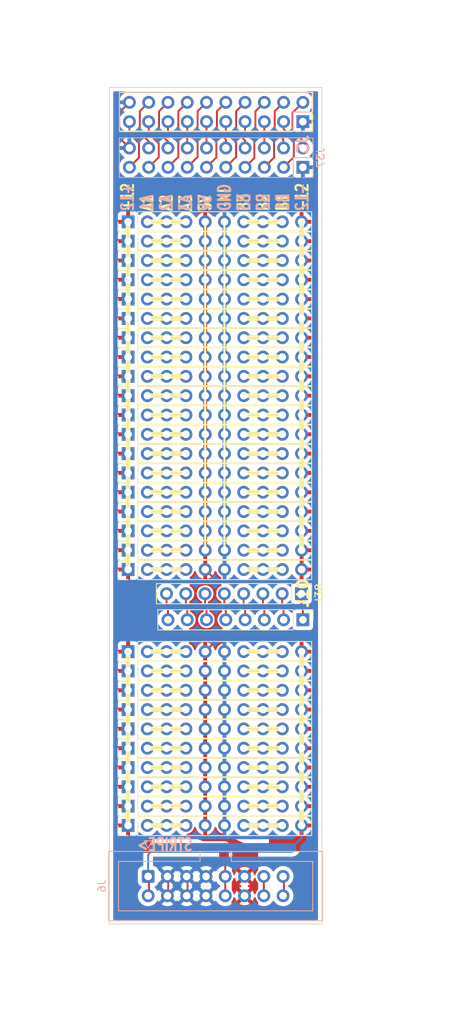
<source format=kicad_pcb>
(kicad_pcb (version 20211014) (generator pcbnew)
  (title_block (title "SYNTH-MIXER6-01") (date "2022-09-30") (rev "1") (company "LAND BOARDS, LLC"))
  (layers (0 "F.Cu" signal) (31 "B.Cu" signal) (34 "B.Paste" user) (35 "F.Paste" user) (36 "B.SilkS" user "B.Silkscreen") (37 "F.SilkS" user "F.Silkscreen") (38 "B.Mask" user) (39 "F.Mask" user) (44 "Edge.Cuts" user))
  (net 0 "")
  (net 1 "/POTCCW_1")
  (net 2 "/POTCW_1")
  (net 3 "/POTCCW_2")
  (net 4 "/POTCW_2")
  (net 5 "/POTW_2")
  (net 6 "/POTW_1")
  (net 7 "/POTCCW_3")
  (net 8 "/POTCW_3")
  (net 9 "/POTCCW_4")
  (net 10 "/POTCW_4")
  (net 11 "/POTCCW_5")
  (net 12 "/POTCW_5")
  (net 13 "/POTW_3")
  (net 14 "/POTW_4")
  (net 15 "/POTW_5")
  (net 16 "+12V")
  (net 17 "+5V")
  (net 18 "/CV")
  (net 19 "/GATE")
  (net 20 "-12V")
  (net 21 "/POTCW_6")
  (net 22 "/POTW_6")
  (net 23 "/POTCCW_6")
  (net 24 "/VI0_1S")
  (net 25 "/VI0_1")
  (net 26 "/VI0_2S")
  (net 27 "/VIO_2")
  (net 28 "/VIO_3S")
  (net 29 "/VIO_3")
  (net 30 "/VIO_4S")
  (net 31 "/VIO_4")
  (net 32 "GND")
  (net 33 "Net-(J7-Pad7)")
  (net 34 "Net-(J11-Pad3)")
  (net 35 "Net-(J11-Pad7)")
  (net 36 "Net-(J14-Pad3)")
  (net 37 "Net-(J14-Pad7)")
  (net 38 "Net-(J8-Pad2)")
  (net 39 "Net-(J8-Pad8)")
  (net 40 "Net-(J9-Pad2)")
  (net 41 "Net-(J9-Pad7)")
  (net 42 "Net-(J12-Pad3)")
  (net 43 "Net-(J12-Pad8)")
  (net 44 "Net-(J13-Pad2)")
  (net 45 "Net-(J13-Pad7)")
  (net 46 "Net-(J15-Pad3)")
  (net 47 "Net-(J15-Pad8)")
  (net 48 "Net-(J16-Pad2)")
  (net 49 "Net-(J16-Pad7)")
  (net 50 "Net-(J17-Pad2)")
  (net 51 "Net-(J17-Pad7)")
  (net 52 "Net-(J18-Pad2)")
  (net 53 "Net-(J18-Pad8)")
  (net 54 "Net-(J19-Pad2)")
  (net 55 "Net-(J19-Pad7)")
  (net 56 "Net-(J21-Pad2)")
  (net 57 "Net-(J21-Pad8)")
  (net 58 "Net-(J22-Pad3)")
  (net 59 "Net-(J22-Pad8)")
  (net 60 "Net-(J23-Pad2)")
  (net 61 "Net-(J23-Pad7)")
  (net 62 "Net-(J24-Pad2)")
  (net 63 "Net-(J24-Pad8)")
  (net 64 "Net-(J25-Pad2)")
  (net 65 "Net-(J25-Pad7)")
  (net 66 "Net-(J26-Pad3)")
  (net 67 "Net-(J26-Pad8)")
  (net 68 "Net-(J27-Pad2)")
  (net 69 "Net-(J27-Pad7)")
  (net 70 "Net-(J28-Pad2)")
  (net 71 "Net-(J28-Pad7)")
  (net 72 "Net-(J29-Pad2)")
  (net 73 "Net-(J29-Pad8)")
  (net 74 "Net-(J30-Pad2)")
  (net 75 "Net-(J30-Pad7)")
  (net 76 "Net-(J31-Pad2)")
  (net 77 "Net-(J31-Pad8)")
  (net 78 "Net-(J32-Pad2)")
  (net 79 "Net-(J32-Pad7)")
  (net 80 "Net-(J33-Pad2)")
  (net 81 "Net-(J33-Pad8)")
  (net 82 "Net-(J34-Pad2)")
  (net 83 "Net-(J34-Pad7)")
  (net 84 "Net-(J35-Pad3)")
  (net 85 "Net-(J35-Pad7)")
  (net 86 "Net-(J36-Pad3)")
  (net 87 "Net-(J36-Pad9)")
  (net 88 "Net-(J7-Pad2)")
  (net 89 "Net-(J20-Pad2)")
  (net 90 "Net-(J20-Pad8)")
  (footprint "Connector_PinHeader_2.54mm:PinHeader_1x10_P2.54mm_Vertical" (layer "F.Cu") (at 100.965 100.965 90)
    (fp_text reference "J21" hide)
    (fp_text value "Conn_01x10")
  )
  (footprint "Connector_PinHeader_2.54mm:PinHeader_1x10_P2.54mm_Vertical" (layer "F.Cu") (at 100.965 88.265 90)
    (fp_text reference "J15" hide)
    (fp_text value "Conn_01x10")
  )
  (footprint "Connector_PinHeader_2.54mm:PinHeader_1x10_P2.54mm_Vertical" (layer "F.Cu") (at 100.97 29.21 90)
    (fp_text reference "J33" hide)
    (fp_text value "Conn_01x10")
  )
  (footprint "Connector_PinHeader_2.54mm:PinHeader_1x10_P2.54mm_Vertical" (layer "F.Cu") (at 100.965 85.725 90)
    (fp_text reference "J22" hide)
    (fp_text value "Conn_01x10")
  )
  (footprint "Connector_PinHeader_2.54mm:PinHeader_1x10_P2.54mm_Vertical" (layer "F.Cu") (at 100.97 72.39 90)
    (fp_text reference "J24" hide)
    (fp_text value "Conn_01x10")
  )
  (footprint "Connector_PinHeader_2.54mm:PinHeader_1x10_P2.54mm_Vertical" (layer "F.Cu") (at 100.965 93.345 90)
    (fp_text reference "J29" hide)
    (fp_text value "Conn_01x10")
  )
  (footprint "Connector_PinHeader_2.54mm:PinHeader_1x10_P2.54mm_Vertical" (layer "F.Cu") (at 100.97 64.77 90)
    (fp_text reference "J12" hide)
    (fp_text value "Conn_01x10")
  )
  (footprint "Connector_PinHeader_2.54mm:PinHeader_1x10_P2.54mm_Vertical" (layer "F.Cu") (at 100.97 52.07 90)
    (fp_text reference "J27" hide)
    (fp_text value "Conn_01x10")
  )
  (footprint "Connector_PinHeader_2.54mm:PinHeader_1x10_P2.54mm_Vertical" (layer "F.Cu") (at 100.965 26.67 90)
    (fp_text reference "J34" hide)
    (fp_text value "Conn_01x10")
  )
  (footprint "Connector_PinHeader_2.54mm:PinHeader_1x10_P2.54mm_Vertical" (layer "F.Cu") (at 100.965 106.045 90)
    (fp_text reference "J7" hide)
    (fp_text value "Conn_01x10")
  )
  (footprint "Connector_PinHeader_2.54mm:PinHeader_1x10_P2.54mm_Vertical" (layer "F.Cu") (at 100.97 31.75 90)
    (fp_text reference "J36" hide)
    (fp_text value "Conn_01x10")
  )
  (footprint "Connector_PinHeader_2.54mm:PinHeader_1x10_P2.54mm_Vertical" (layer "F.Cu") (at 100.965 62.23 90)
    (fp_text reference "J20" hide)
    (fp_text value "Conn_01x10")
  )
  (footprint "Connector_PinHeader_2.54mm:PinHeader_1x10_P2.54mm_Vertical" (layer "F.Cu") (at 100.965 57.15 90)
    (fp_text reference "J18" hide)
    (fp_text value "Conn_01x10")
  )
  (footprint "Connector_PinHeader_2.54mm:PinHeader_1x08_P2.54mm_Vertical" (layer "F.Cu") (at 123.81 75.565 -90)
    (fp_text reference "J38")
    (fp_text value "Conn_01x08")
  )
  (footprint "Connector_PinHeader_2.54mm:PinHeader_1x10_P2.54mm_Vertical" (layer "F.Cu") (at 100.965 83.185 90)
    (fp_text reference "J13" hide)
    (fp_text value "Conn_01x10")
  )
  (footprint "Connector_PinHeader_2.54mm:PinHeader_1x10_P2.54mm_Vertical" (layer "F.Cu") (at 100.965 44.45 90)
    (fp_text reference "J26" hide)
    (fp_text value "Conn_01x10")
  )
  (footprint "Connector_PinHeader_2.54mm:PinHeader_1x10_P2.54mm_Vertical" (layer "F.Cu") (at 100.97 36.83 90)
    (fp_text reference "J32" hide)
    (fp_text value "Conn_01x10")
  )
  (footprint "Connector_PinHeader_2.54mm:PinHeader_1x10_P2.54mm_Vertical" (layer "F.Cu") (at 100.965 103.505 90)
    (fp_text reference "J9" hide)
    (fp_text value "Conn_01x10")
  )
  (footprint "Connector_PinHeader_2.54mm:PinHeader_1x08_P2.54mm_Vertical" (layer "F.Cu") (at 124 79 -90)
    (fp_text reference "J10")
    (fp_text value "Conn_01x08")
  )
  (footprint "Connector_PinHeader_2.54mm:PinHeader_1x10_P2.54mm_Vertical" (layer "F.Cu") (at 100.97 54.61 90)
    (fp_text reference "J16" hide)
    (fp_text value "Conn_01x10")
  )
  (footprint "Connector_PinHeader_2.54mm:PinHeader_1x10_P2.54mm_Vertical" (layer "F.Cu") (at 100.965 98.425 90)
    (fp_text reference "J28" hide)
    (fp_text value "Conn_01x10")
  )
  (footprint "Connector_PinHeader_2.54mm:PinHeader_1x10_P2.54mm_Vertical" (layer "F.Cu") (at 100.97 49.53 90)
    (fp_text reference "J23" hide)
    (fp_text value "Conn_01x10")
  )
  (footprint "Connector_PinHeader_2.54mm:PinHeader_1x10_P2.54mm_Vertical" (layer "F.Cu") (at 100.97 39.37 90)
    (fp_text reference "J25" hide)
    (fp_text value "Conn_01x10")
  )
  (footprint "Connector_PinHeader_2.54mm:PinHeader_1x10_P2.54mm_Vertical" (layer "F.Cu") (at 100.97 46.99 90)
    (fp_text reference "J31" hide)
    (fp_text value "Conn_01x10")
  )
  (footprint "Connector_PinHeader_2.54mm:PinHeader_1x10_P2.54mm_Vertical" (layer "F.Cu") (at 100.97 41.91 90)
    (fp_text reference "J14" hide)
    (fp_text value "Conn_01x10")
  )
  (footprint "Connector_PinHeader_2.54mm:PinHeader_1x10_P2.54mm_Vertical" (layer "F.Cu") (at 100.965 90.805 90)
    (fp_text reference "J11" hide)
    (fp_text value "Conn_01x10")
  )
  (footprint "Connector_PinHeader_2.54mm:PinHeader_1x10_P2.54mm_Vertical" (layer "F.Cu") (at 100.97 69.85 90)
    (fp_text reference "J17" hide)
    (fp_text value "Conn_01x10")
  )
  (footprint "Connector_PinHeader_2.54mm:PinHeader_1x10_P2.54mm_Vertical" (layer "F.Cu") (at 100.965 95.885 90)
    (fp_text reference "J8" hide)
    (fp_text value "Conn_01x10")
  )
  (footprint "Connector_PinHeader_2.54mm:PinHeader_1x10_P2.54mm_Vertical" (layer "F.Cu") (at 100.97 34.29 90)
    (fp_text reference "J35" hide)
    (fp_text value "Conn_01x10")
  )
  (footprint "Connector_PinHeader_2.54mm:PinHeader_1x10_P2.54mm_Vertical" (layer "F.Cu") (at 100.965 59.69 90)
    (fp_text reference "J30" hide)
    (fp_text value "Conn_01x10")
  )
  (footprint "Connector_PinHeader_2.54mm:PinHeader_1x10_P2.54mm_Vertical" (layer "F.Cu") (at 100.97 67.31 90)
    (fp_text reference "J19" hide)
    (fp_text value "Conn_01x10")
  )
  (footprint "Connector_PinHeader_2.54mm:PinHeader_2x10_P2.54mm_Vertical" (layer "B.Cu") (at 124 19.5 90)
    (fp_text reference "J37")
    (fp_text value "HEADER, 2X10")
  )
  (footprint "Connector_PinHeader_2.54mm:PinHeader_2x10_P2.54mm_Vertical" (layer "B.Cu") (at 124.000006 13.500001 90)
    (fp_text reference "J5")
    (fp_text value "HEADER, 2X10")
  )
  (footprint "Connector_IDC:IDC-Header_2x08_P2.54mm_Vertical" (layer "B.Cu") (at 103.61 112.7475 -90)
    (fp_text reference "J6")
    (fp_text value "HEADER, 2X8")
  )
  (gr_line (start 103.505 72.39) (end 108.585 72.39) (layer "F.SilkS") (width 0.635))
  (gr_line (start 116.332 57.15) (end 121.412 57.15) (layer "F.SilkS") (width 0.635))
  (gr_line (start 103.505 54.61) (end 108.585 54.61) (layer "F.SilkS") (width 0.635))
  (gr_line (start 113.665 26.543) (end 113.665 69.85) (layer "F.SilkS") (width 0.3048))
  (gr_line (start 103.505 26.67) (end 108.585 26.67) (layer "F.SilkS") (width 0.635))
  (gr_line (start 116.205 26.67) (end 121.285 26.67) (layer "F.SilkS") (width 0.635))
  (gr_line (start 116.205 98.425) (end 121.285 98.425) (layer "F.SilkS") (width 0.635))
  (gr_line (start 116.205 72.39) (end 121.285 72.39) (layer "F.SilkS") (width 0.635))
  (gr_line (start 123.825 26.67) (end 123.825 69.977) (layer "F.SilkS") (width 0.635))
  (gr_line (start 103.505 100.965) (end 108.585 100.965) (layer "F.SilkS") (width 0.635))
  (gr_line (start 103.505 90.805) (end 108.585 90.805) (layer "F.SilkS") (width 0.635))
  (gr_line (start 116.332 52.07) (end 121.412 52.07) (layer "F.SilkS") (width 0.635))
  (gr_line (start 116.205 64.77) (end 121.285 64.77) (layer "F.SilkS") (width 0.635))
  (gr_line (start 103.505 57.15) (end 108.585 57.15) (layer "F.SilkS") (width 0.635))
  (gr_line (start 116.205 62.23) (end 121.285 62.23) (layer "F.SilkS") (width 0.635))
  (gr_line (start 116.332 41.91) (end 121.412 41.91) (layer "F.SilkS") (width 0.635))
  (gr_line (start 116.205 59.69) (end 121.285 59.69) (layer "F.SilkS") (width 0.635))
  (gr_line (start 103.505 34.29) (end 108.585 34.29) (layer "F.SilkS") (width 0.635))
  (gr_rect (start 99.822 9.652) (end 125.222 14.732) (layer "F.SilkS") (width 0.15) (fill none))
  (gr_line (start 103.505 93.345) (end 108.585 93.345) (layer "F.SilkS") (width 0.635))
  (gr_line (start 103.505 46.99) (end 108.585 46.99) (layer "F.SilkS") (width 0.635))
  (gr_line (start 116.332 39.37) (end 121.412 39.37) (layer "F.SilkS") (width 0.635))
  (gr_line (start 103.505 36.83) (end 108.585 36.83) (layer "F.SilkS") (width 0.635))
  (gr_line (start 103.505 95.885) (end 108.585 95.885) (layer "F.SilkS") (width 0.635))
  (gr_line (start 103.505 88.265) (end 108.585 88.265) (layer "F.SilkS") (width 0.635))
  (gr_line (start 116.205 31.75) (end 121.285 31.75) (layer "F.SilkS") (width 0.635))
  (gr_line (start 116.332 34.29) (end 121.412 34.29) (layer "F.SilkS") (width 0.635))
  (gr_line (start 116.205 29.21) (end 121.285 29.21) (layer "F.SilkS") (width 0.635))
  (gr_line (start 116.332 44.45) (end 121.412 44.45) (layer "F.SilkS") (width 0.635))
  (gr_line (start 116.205 67.31) (end 121.285 67.31) (layer "F.SilkS") (width 0.635))
  (gr_line (start 103.505 69.85) (end 108.585 69.85) (layer "F.SilkS") (width 0.635))
  (gr_line (start 103.505 106.045) (end 108.585 106.045) (layer "F.SilkS") (width 0.635))
  (gr_line (start 103.505 49.53) (end 108.585 49.53) (layer "F.SilkS") (width 0.635))
  (gr_line (start 103.505 83.185) (end 108.585 83.185) (layer "F.SilkS") (width 0.635))
  (gr_line (start 116.205 69.85) (end 121.285 69.85) (layer "F.SilkS") (width 0.635))
  (gr_line (start 116.332 46.99) (end 121.412 46.99) (layer "F.SilkS") (width 0.635))
  (gr_line (start 103.505 41.91) (end 108.585 41.91) (layer "F.SilkS") (width 0.635))
  (gr_line (start 116.205 85.725) (end 121.285 85.725) (layer "F.SilkS") (width 0.635))
  (gr_line (start 103.505 39.37) (end 108.585 39.37) (layer "F.SilkS") (width 0.635))
  (gr_line (start 116.205 100.965) (end 121.285 100.965) (layer "F.SilkS") (width 0.635))
  (gr_line (start 116.205 88.265) (end 121.285 88.265) (layer "F.SilkS") (width 0.635))
  (gr_line (start 116.205 93.345) (end 121.285 93.345) (layer "F.SilkS") (width 0.635))
  (gr_line (start 103.505 62.23) (end 108.585 62.23) (layer "F.SilkS") (width 0.635))
  (gr_line (start 103.505 64.77) (end 108.585 64.77) (layer "F.SilkS") (width 0.635))
  (gr_line (start 116.205 90.805) (end 121.285 90.805) (layer "F.SilkS") (width 0.635))
  (gr_line (start 103.505 52.07) (end 108.585 52.07) (layer "F.SilkS") (width 0.635))
  (gr_line (start 116.332 36.83) (end 121.412 36.83) (layer "F.SilkS") (width 0.635))
  (gr_line (start 103.505 29.21) (end 108.585 29.21) (layer "F.SilkS") (width 0.635))
  (gr_line (start 116.205 106.045) (end 121.285 106.045) (layer "F.SilkS") (width 0.635))
  (gr_line (start 123.825 83.185) (end 123.825 106.045) (layer "F.SilkS") (width 0.635))
  (gr_line (start 116.205 103.505) (end 121.285 103.505) (layer "F.SilkS") (width 0.635))
  (gr_line (start 103.505 31.75) (end 108.585 31.75) (layer "F.SilkS") (width 0.635))
  (gr_line (start 111.125 26.543) (end 111.125 69.85) (layer "F.SilkS") (width 0.3048))
  (gr_line (start 116.332 54.61) (end 121.412 54.61) (layer "F.SilkS") (width 0.635))
  (gr_line (start 103.505 59.69) (end 108.585 59.69) (layer "F.SilkS") (width 0.635))
  (gr_line (start 100.965 26.67) (end 100.97 72.39) (layer "F.SilkS") (width 0.635))
  (gr_line (start 100.965 83.185) (end 100.965 106.045) (layer "F.SilkS") (width 0.635))
  (gr_line (start 103.505 85.725) (end 108.585 85.725) (layer "F.SilkS") (width 0.635))
  (gr_line (start 116.332 49.53) (end 121.412 49.53) (layer "F.SilkS") (width 0.635))
  (gr_line (start 116.205 83.185) (end 121.285 83.185) (layer "F.SilkS") (width 0.635))
  (gr_line (start 103.505 44.45) (end 108.585 44.45) (layer "F.SilkS") (width 0.635))
  (gr_line (start 116.205 95.885) (end 121.285 95.885) (layer "F.SilkS") (width 0.635))
  (gr_line (start 103.505 103.505) (end 108.585 103.505) (layer "F.SilkS") (width 0.635))
  (gr_line (start 103.505 98.425) (end 108.585 98.425) (layer "F.SilkS") (width 0.635))
  (gr_line (start 103.505 67.31) (end 108.585 67.31) (layer "F.SilkS") (width 0.635))
  (gr_rect (start 98.5 9.000004) (end 126.5 119.000004) (layer "Edge.Cuts") (width 0.1) (fill none))
  (gr_text "STRIPE>" (at 102 108.5675) (layer "B.SilkS") (effects (font (size 1.5875 1.143) (thickness 0.28575)) (justify right mirror)))
  (gr_text "+12\nA1\nA2\nA3\n5V\nGND\nB3\nB2\nB1\n-12" (at 112.395 25.4 90) (layer "B.SilkS") (effects (font (size 1.5875 1.143) (thickness 0.28575)) (justify right mirror)))
  (gr_text "+12\nA1\nA2\nA3\n5V\nGND\nB3\nB2\nB1\n-12" (at 112.395 25.4 90) (layer "F.SilkS") (effects (font (size 1.5875 1.143) (thickness 0.28575)) (justify left)))
  (segment (start 120.285489 12.134511) (end 120.285489 14.685489) (width 0.25) (layer "F.Cu") (net 1))
  (segment (start 121.4 16.9) (end 121.4 15.8) (width 0.25) (layer "F.Cu") (net 1))
  (segment (start 121.46 10.96) (end 120.285489 12.134511) (width 0.25) (layer "F.Cu") (net 1))
  (segment (start 121.46 16.96) (end 121.4 16.9) (width 0.25) (layer "F.Cu") (net 1))
  (segment (start 121.4 15.8) (end 120.285489 14.685489) (width 0.25) (layer "F.Cu") (net 1))
  (segment (start 124 16) (end 122.834511 14.834511) (width 0.25) (layer "F.Cu") (net 2))
  (segment (start 124 16.96) (end 124 16) (width 0.25) (layer "F.Cu") (net 2))
  (segment (start 122.634511 12.325489) (end 124 10.96) (width 0.25) (layer "F.Cu") (net 2))
  (segment (start 122.834511 14.834511) (end 122.634511 14.834511) (width 0.25) (layer "F.Cu") (net 2))
  (segment (start 122.634511 14.834511) (end 122.634511 12.325489) (width 0.25) (layer "F.Cu") (net 2))
  (segment (start 117.6 18.28) (end 116.38 19.5) (width 0.25) (layer "F.Cu") (net 3))
  (segment (start 116.38 13.5) (end 116.38 14.78) (width 0.25) (layer "F.Cu") (net 3))
  (segment (start 117.6 16) (end 117.6 18.28) (width 0.25) (layer "F.Cu") (net 3))
  (segment (start 116.38 14.78) (end 117.6 16) (width 0.25) (layer "F.Cu") (net 3))
  (segment (start 120.2 18.22) (end 120.2 15.96) (width 0.25) (layer "F.Cu") (net 4))
  (segment (start 120.2 15.96) (end 118.92 14.68) (width 0.25) (layer "F.Cu") (net 4))
  (segment (start 118.92 14.68) (end 118.92 13.5) (width 0.25) (layer "F.Cu") (net 4))
  (segment (start 118.92 19.5) (end 120.2 18.22) (width 0.25) (layer "F.Cu") (net 4))
  (segment (start 117.745489 12.134511) (end 117.745489 14.345489) (width 0.25) (layer "F.Cu") (net 5))
  (segment (start 117.745489 14.345489) (end 118.92 15.52) (width 0.25) (layer "F.Cu") (net 5))
  (segment (start 118.92 15.52) (end 118.92 16.96) (width 0.25) (layer "F.Cu") (net 5))
  (segment (start 118.92 10.96) (end 117.745489 12.134511) (width 0.25) (layer "F.Cu") (net 5))
  (segment (start 122.8 18.16) (end 122.8 15.8) (width 0.25) (layer "F.Cu") (net 6))
  (segment (start 122.8 15.8) (end 121.46 14.46) (width 0.25) (layer "F.Cu") (net 6))
  (segment (start 121.46 14.46) (end 121.46 13.5) (width 0.25) (layer "F.Cu") (net 6))
  (segment (start 121.46 19.5) (end 122.8 18.16) (width 0.25) (layer "F.Cu") (net 6))
  (segment (start 113.84 16.96) (end 113.84 15.84) (width 0.25) (layer "F.Cu") (net 7))
  (segment (start 113.84 10.96) (end 112.665489 12.134511) (width 0.25) (layer "F.Cu") (net 7))
  (segment (start 113.84 15.84) (end 112.665489 14.665489) (width 0.25) (layer "F.Cu") (net 7))
  (segment (start 112.665489 12.134511) (end 112.665489 14.665489) (width 0.25) (layer "F.Cu") (net 7))
  (segment (start 116.38 10.96) (end 115.205489 12.134511) (width 0.25) (layer "F.Cu") (net 8))
  (segment (start 116.38 16.96) (end 116.38 15.98) (width 0.25) (layer "F.Cu") (net 8))
  (segment (start 116.38 15.98) (end 115.205489 14.805489) (width 0.25) (layer "F.Cu") (net 8))
  (segment (start 115.205489 12.134511) (end 115.205489 14.805489) (width 0.25) (layer "F.Cu") (net 8))
  (segment (start 110.125489 18.134511) (end 110.125489 16.125489) (width 0.25) (layer "F.Cu") (net 9))
  (segment (start 108.76 19.5) (end 110.125489 18.134511) (width 0.25) (layer "F.Cu") (net 9))
  (segment (start 108.76 14.76) (end 108.76 13.5) (width 0.25) (layer "F.Cu") (net 9))
  (segment (start 110.125489 16.125489) (end 108.76 14.76) (width 0.25) (layer "F.Cu") (net 9))
  (segment (start 112.6 18.2) (end 112.6 16) (width 0.25) (layer "F.Cu") (net 10))
  (segment (start 111.3 19.5) (end 112.6 18.2) (width 0.25) (layer "F.Cu") (net 10))
  (segment (start 111.3 13.5) (end 111.3 14.7) (width 0.25) (layer "F.Cu") (net 10))
  (segment (start 112.6 16) (end 111.3 14.7) (width 0.25) (layer "F.Cu") (net 10))
  (segment (start 106.22 16.129022) (end 105.045489 14.954511) (width 0.25) (layer "F.Cu") (net 11))
  (segment (start 106.22 16.96) (end 106.22 16.129022) (width 0.25) (layer "F.Cu") (net 11))
  (segment (start 105.045489 14.954511) (end 105.045489 12.134511) (width 0.25) (layer "F.Cu") (net 11))
  (segment (start 105.045489 12.134511) (end 106.22 10.96) (width 0.25) (layer "F.Cu") (net 11))
  (segment (start 107.614511 14.414511) (end 107.585489 14.414511) (width 0.25) (layer "F.Cu") (net 12))
  (segment (start 108.76 10.96) (end 107.585489 12.134511) (width 0.25) (layer "F.Cu") (net 12))
  (segment (start 107.585489 12.134511) (end 107.585489 14.414511) (width 0.25) (layer "F.Cu") (net 12))
  (segment (start 108.76 16.96) (end 108.76 15.56) (width 0.25) (layer "F.Cu") (net 12))
  (segment (start 108.76 15.56) (end 107.614511 14.414511) (width 0.25) (layer "F.Cu") (net 12))
  (segment (start 115.2 16.2) (end 113.84 14.84) (width 0.25) (layer "F.Cu") (net 13))
  (segment (start 115.2 18.14) (end 115.2 16.2) (width 0.25) (layer "F.Cu") (net 13))
  (segment (start 113.84 19.5) (end 115.2 18.14) (width 0.25) (layer "F.Cu") (net 13))
  (segment (start 113.84 13.5) (end 113.84 14.84) (width 0.25) (layer "F.Cu") (net 13))
  (segment (start 111.3 16.96) (end 111.3 15.7) (width 0.25) (layer "F.Cu") (net 14))
  (segment (start 111.3 15.7) (end 110.125489 14.525489) (width 0.25) (layer "F.Cu") (net 14))
  (segment (start 110.125489 12.134511) (end 110.125489 14.525489) (width 0.25) (layer "F.Cu") (net 14))
  (segment (start 111.3 10.96) (end 110.125489 12.134511) (width 0.25) (layer "F.Cu") (net 14))
  (segment (start 107.585489 18.134511) (end 107.585489 16.185489) (width 0.25) (layer "F.Cu") (net 15))
  (segment (start 107.585489 16.185489) (end 106.22 14.82) (width 0.25) (layer "F.Cu") (net 15))
  (segment (start 106.22 19.5) (end 107.585489 18.134511) (width 0.25) (layer "F.Cu") (net 15))
  (segment (start 106.22 14.82) (end 106.22 13.5) (width 0.25) (layer "F.Cu") (net 15))
  (segment (start 101.999999 109.000011) (end 100.965 107.965011) (width 1.27) (layer "F.Cu") (net 16))
  (segment (start 113.599989 109.000011) (end 113.6 109.000022) (width 1.27) (layer "F.Cu") (net 16))
  (segment (start 113.77 112.7475) (end 113.77 110.77) (width 0.254) (layer "F.Cu") (net 16))
  (segment (start 113.6 109.000022) (end 113.6 110.6) (width 1.27) (layer "F.Cu") (net 16))
  (segment (start 113.77 110.77) (end 113.6 110.6) (width 0.254) (layer "F.Cu") (net 16))
  (segment (start 101.999999 109.000011) (end 113.599989 109.000011) (width 1.27) (layer "F.Cu") (net 16))
  (segment (start 100.965 107.965) (end 100.965 106.045) (width 0.254) (layer "F.Cu") (net 16))
  (segment (start 113.77 115.2875) (end 113.77 112.7475) (width 0.254) (layer "F.Cu") (net 16))
  (segment (start 112.474511 81.835489) (end 112.474511 73.734511) (width 0.25) (layer "F.Cu") (net 17))
  (segment (start 111.125 83.185) (end 112.474511 81.835489) (width 0.25) (layer "F.Cu") (net 17))
  (segment (start 112.474511 73.734511) (end 111.13 72.39) (width 0.25) (layer "F.Cu") (net 17))
  (segment (start 118.85 115.2875) (end 118.85 112.7475) (width 0.254) (layer "F.Cu") (net 18))
  (segment (start 121.5 113) (end 121.5 115.54) (width 0.25) (layer "F.Cu") (net 19))
  (segment (start 103.72 115.54) (end 103.72 113) (width 0.25) (layer "F.Cu") (net 20))
  (segment (start 104.499994 109.000011) (end 122.500009 109.000011) (width 1.27) (layer "B.Cu") (net 20))
  (segment (start 103.61 109.89) (end 104.5 109) (width 0.254) (layer "B.Cu") (net 20))
  (segment (start 103.61 112.7475) (end 103.61 109.89) (width 0.254) (layer "B.Cu") (net 20))
  (segment (start 123.825 107.675) (end 123.825 106.045) (width 0.254) (layer "B.Cu") (net 20))
  (segment (start 122.5 109) (end 123.825 107.675) (width 0.254) (layer "B.Cu") (net 20))
  (segment (start 103.68 15.055717) (end 105 16.375717) (width 0.25) (layer "F.Cu") (net 21))
  (segment (start 105 16.375717) (end 105 18.18) (width 0.25) (layer "F.Cu") (net 21))
  (segment (start 103.68 13.5) (end 103.68 15.055717) (width 0.25) (layer "F.Cu") (net 21))
  (segment (start 105 18.18) (end 103.68 19.5) (width 0.25) (layer "F.Cu") (net 21))
  (segment (start 103.68 16.96) (end 103.68 16.08) (width 0.25) (layer "F.Cu") (net 22))
  (segment (start 103.68 16.08) (end 102.505489 14.905489) (width 0.25) (layer "F.Cu") (net 22))
  (segment (start 103.68 10.96) (end 102.505489 12.134511) (width 0.25) (layer "F.Cu") (net 22))
  (segment (start 102.505489 12.134511) (end 102.505489 14.905489) (width 0.25) (layer "F.Cu") (net 22))
  (segment (start 101.14 15.06) (end 101.14 13.5) (width 0.25) (layer "F.Cu") (net 23))
  (segment (start 102.4 18.24) (end 102.4 16.32) (width 0.25) (layer "F.Cu") (net 23))
  (segment (start 102.4 16.32) (end 101.14 15.06) (width 0.25) (layer "F.Cu") (net 23))
  (segment (start 101.14 19.5) (end 102.4 18.24) (width 0.25) (layer "F.Cu") (net 23))
  (segment (start 108.57 77.201) (end 108.57 75.565) (width 0.25) (layer "F.Cu") (net 24))
  (segment (start 108.76 77.391) (end 108.57 77.201) (width 0.25) (layer "F.Cu") (net 24))
  (segment (start 108.76 79) (end 108.76 77.391) (width 0.25) (layer "F.Cu") (net 24))
  (segment (start 106.22 77.518) (end 106.03 77.328) (width 0.25) (layer "F.Cu") (net 25))
  (segment (start 106.22 79) (end 106.22 77.518) (width 0.25) (layer "F.Cu") (net 25))
  (segment (start 106.03 77.328) (end 106.03 75.565) (width 0.25) (layer "F.Cu") (net 25))
  (segment (start 118.92 79) (end 118.92 77.645) (width 0.25) (layer "F.Cu") (net 26))
  (segment (start 118.73 77.455) (end 118.73 75.565) (width 0.25) (layer "F.Cu") (net 26))
  (segment (start 118.92 77.645) (end 118.73 77.455) (width 0.25) (layer "F.Cu") (net 26))
  (segment (start 116.38 77.518) (end 116.19 77.328) (width 0.25) (layer "F.Cu") (net 27))
  (segment (start 116.38 79) (end 116.38 77.518) (width 0.25) (layer "F.Cu") (net 27))
  (segment (start 116.19 77.328) (end 116.19 75.565) (width 0.25) (layer "F.Cu") (net 27))
  (segment (start 113.84 77.391) (end 113.65 77.201) (width 0.25) (layer "F.Cu") (net 28))
  (segment (start 113.84 79) (end 113.84 77.391) (width 0.25) (layer "F.Cu") (net 28))
  (segment (start 113.65 77.201) (end 113.65 75.565) (width 0.25) (layer "F.Cu") (net 28))
  (segment (start 111.3 77.137) (end 111.11 76.947) (width 0.25) (layer "F.Cu") (net 29))
  (segment (start 111.11 76.947) (end 111.11 75.565) (width 0.25) (layer "F.Cu") (net 29))
  (segment (start 111.3 79) (end 111.3 77.137) (width 0.25) (layer "F.Cu") (net 29))
  (segment (start 124 77.391) (end 123.81 77.201) (width 0.25) (layer "F.Cu") (net 30))
  (segment (start 123.81 77.201) (end 123.81 75.565) (width 0.25) (layer "F.Cu") (net 30))
  (segment (start 124 79) (end 124 77.391) (width 0.25) (layer "F.Cu") (net 30))
  (segment (start 121.27 77.582) (end 121.27 75.565) (width 0.25) (layer "F.Cu") (net 31))
  (segment (start 121.46 79) (end 121.46 77.772) (width 0.25) (layer "F.Cu") (net 31))
  (segment (start 121.46 77.772) (end 121.27 77.582) (width 0.25) (layer "F.Cu") (net 31))
  (segment (start 99.8 15.62) (end 101.14 16.96) (width 0.25) (layer "F.Cu") (net 32))
  (segment (start 108.8 115.54) (end 108.8 113) (width 0.25) (layer "F.Cu") (net 32))
  (segment (start 101.14 10.96) (end 99.8 12.3) (width 0.25) (layer "F.Cu") (net 32))
  (segment (start 106.26 115.54) (end 106.26 113) (width 0.25) (layer "F.Cu") (net 32))
  (segment (start 99.8 12.3) (end 99.8 15.62) (width 0.25) (layer "F.Cu") (net 32))
  (segment (start 116.205 106.045) (end 121.285 106.045) (width 0.254) (layer "F.Cu") (net 33))
  (segment (start 103.505 90.805) (end 108.585 90.805) (width 0.254) (layer "F.Cu") (net 34))
  (segment (start 116.205 90.805) (end 121.285 90.805) (width 0.254) (layer "F.Cu") (net 35))
  (segment (start 103.51 41.91) (end 108.59 41.91) (width 0.254) (layer "F.Cu") (net 36))
  (segment (start 116.21 41.91) (end 121.29 41.91) (width 0.254) (layer "F.Cu") (net 37))
  (segment (start 103.505 95.885) (end 108.585 95.885) (width 0.254) (layer "F.Cu") (net 38))
  (segment (start 116.205 95.885) (end 121.285 95.885) (width 0.254) (layer "F.Cu") (net 39))
  (segment (start 103.505 103.505) (end 108.585 103.505) (width 0.254) (layer "F.Cu") (net 40))
  (segment (start 116.205 103.505) (end 121.285 103.505) (width 0.254) (layer "F.Cu") (net 41))
  (segment (start 103.51 64.77) (end 108.59 64.77) (width 0.254) (layer "F.Cu") (net 42))
  (segment (start 116.21 64.77) (end 121.29 64.77) (width 0.254) (layer "F.Cu") (net 43))
  (segment (start 106.045 83.185) (end 108.585 83.185) (width 0.254) (layer "F.Cu") (net 44))
  (segment (start 103.505 83.185) (end 106.045 83.185) (width 0.254) (layer "F.Cu") (net 44))
  (segment (start 116.205 83.185) (end 121.285 83.185) (width 0.254) (layer "F.Cu") (net 45))
  (segment (start 103.505 88.265) (end 108.585 88.265) (width 0.254) (layer "F.Cu") (net 46))
  (segment (start 116.205 88.265) (end 121.285 88.265) (width 0.254) (layer "F.Cu") (net 47))
  (segment (start 106.05 54.61) (end 108.59 54.61) (width 0.254) (layer "F.Cu") (net 48))
  (segment (start 103.51 54.61) (end 106.05 54.61) (width 0.254) (layer "F.Cu") (net 48))
  (segment (start 116.21 54.61) (end 121.29 54.61) (width 0.254) (layer "F.Cu") (net 49))
  (segment (start 103.51 69.85) (end 108.59 69.85) (width 0.254) (layer "F.Cu") (net 50))
  (segment (start 116.21 69.85) (end 121.29 69.85) (width 0.254) (layer "F.Cu") (net 51))
  (segment (start 106.045 57.15) (end 108.585 57.15) (width 0.254) (layer "F.Cu") (net 52))
  (segment (start 103.505 57.15) (end 106.045 57.15) (width 0.254) (layer "F.Cu") (net 52))
  (segment (start 116.205 57.15) (end 121.285 57.15) (width 0.254) (layer "F.Cu") (net 53))
  (segment (start 103.51 67.31) (end 108.59 67.31) (width 0.254) (layer "F.Cu") (net 54))
  (segment (start 116.21 67.31) (end 121.29 67.31) (width 0.254) (layer "F.Cu") (net 55))
  (segment (start 103.505 100.965) (end 108.585 100.965) (width 0.254) (layer "F.Cu") (net 56))
  (segment (start 116.205 100.965) (end 121.285 100.965) (width 0.254) (layer "F.Cu") (net 57))
  (segment (start 106.045 85.725) (end 108.585 85.725) (width 0.254) (layer "F.Cu") (net 58))
  (segment (start 103.505 85.725) (end 106.045 85.725) (width 0.254) (layer "F.Cu") (net 58))
  (segment (start 116.205 85.725) (end 121.285 85.725) (width 0.254) (layer "F.Cu") (net 59))
  (segment (start 103.51 49.53) (end 106.05 49.53) (width 0.254) (layer "F.Cu") (net 60))
  (segment (start 106.05 49.53) (end 108.59 49.53) (width 0.254) (layer "F.Cu") (net 60))
  (segment (start 116.21 49.53) (end 121.29 49.53) (width 0.254) (layer "F.Cu") (net 61))
  (segment (start 103.51 72.39) (end 108.59 72.39) (width 0.254) (layer "F.Cu") (net 62))
  (segment (start 116.21 72.39) (end 121.29 72.39) (width 0.254) (layer "F.Cu") (net 63))
  (segment (start 103.51 39.37) (end 108.59 39.37) (width 0.254) (layer "F.Cu") (net 64))
  (segment (start 116.21 39.37) (end 121.29 39.37) (width 0.254) (layer "F.Cu") (net 65))
  (segment (start 103.505 44.45) (end 108.585 44.45) (width 0.254) (layer "F.Cu") (net 66))
  (segment (start 116.205 44.45) (end 121.285 44.45) (width 0.254) (layer "F.Cu") (net 67))
  (segment (start 106.05 52.07) (end 108.59 52.07) (width 0.254) (layer "F.Cu") (net 68))
  (segment (start 103.51 52.07) (end 106.05 52.07) (width 0.254) (layer "F.Cu") (net 68))
  (segment (start 116.21 52.07) (end 121.29 52.07) (width 0.254) (layer "F.Cu") (net 69))
  (segment (start 103.505 98.425) (end 108.585 98.425) (width 0.254) (layer "F.Cu") (net 70))
  (segment (start 116.205 98.425) (end 121.285 98.425) (width 0.254) (layer "F.Cu") (net 71))
  (segment (start 103.505 93.345) (end 108.585 93.345) (width 0.254) (layer "F.Cu") (net 72))
  (segment (start 116.205 93.345) (end 121.285 93.345) (width 0.254) (layer "F.Cu") (net 73))
  (segment (start 106.045 59.69) (end 108.585 59.69) (width 0.254) (layer "F.Cu") (net 74))
  (segment (start 103.505 59.69) (end 106.045 59.69) (width 0.254) (layer "F.Cu") (net 74))
  (segment (start 116.205 59.69) (end 121.285 59.69) (width 0.254) (layer "F.Cu") (net 75))
  (segment (start 103.51 46.99) (end 108.59 46.99) (width 0.254) (layer "F.Cu") (net 76))
  (segment (start 116.21 46.99) (end 121.29 46.99) (width 0.254) (layer "F.Cu") (net 77))
  (segment (start 103.51 36.83) (end 108.59 36.83) (width 0.254) (layer "F.Cu") (net 78))
  (segment (start 116.21 36.83) (end 121.29 36.83) (width 0.254) (layer "F.Cu") (net 79))
  (segment (start 103.51 29.21) (end 108.59 29.21) (width 0.254) (layer "F.Cu") (net 80))
  (segment (start 116.21 29.21) (end 121.29 29.21) (width 0.254) (layer "F.Cu") (net 81))
  (segment (start 106.045 26.67) (end 108.585 26.67) (width 0.254) (layer "F.Cu") (net 82))
  (segment (start 103.505 26.67) (end 106.045 26.67) (width 0.254) (layer "F.Cu") (net 82))
  (segment (start 116.205 26.67) (end 121.285 26.67) (width 0.254) (layer "F.Cu") (net 83))
  (segment (start 103.51 34.29) (end 108.59 34.29) (width 0.254) (layer "F.Cu") (net 84))
  (segment (start 116.21 34.29) (end 121.29 34.29) (width 0.254) (layer "F.Cu") (net 85))
  (segment (start 103.51 31.75) (end 108.59 31.75) (width 0.254) (layer "F.Cu") (net 86))
  (segment (start 116.21 31.75) (end 121.29 31.75) (width 0.254) (layer "F.Cu") (net 87))
  (segment (start 103.505 106.045) (end 108.585 106.045) (width 0.254) (layer "F.Cu") (net 88))
  (segment (start 103.505 62.23) (end 108.585 62.23) (width 0.254) (layer "F.Cu") (net 89))
  (segment (start 116.205 62.23) (end 121.285 62.23) (width 0.254) (layer "F.Cu") (net 90))
  (zone (net 20) (net_name "-12V") (layer "F.Cu") (connect_pads (clearance 0.508)) (min_thickness 0.254) (fill yes (thermal_gap 0.508) (thermal_bridge_width 0.508))
    (polygon (pts (xy 126.492 109.499) (xy 119.507 109.499) (xy 121.031 23.241) (xy 126.492 23.241)))
  )
  (zone (net 16) (net_name "+12V") (layer "F.Cu") (connect_pads (clearance 0.508)) (min_thickness 0.254) (fill yes (thermal_gap 0.508) (thermal_bridge_width 0.508))
    (polygon (pts (xy 104.14 109.499) (xy 98.552 109.499) (xy 98.552 23.114) (xy 103.759 23.114)))
  )
  (zone (net 17) (net_name "+5V") (layer "F.Cu") (connect_pads (clearance 0.254)) (min_thickness 0.254) (fill yes (thermal_gap 0.4064) (thermal_bridge_width 0.508))
    (polygon (pts (xy 113.919 107.315) (xy 118.109 109.22) (xy 118.109 117.221) (xy 114.56718 117.333874) (xy 114.69418 109.459874) (xy 108.585 107.315) (xy 109.855 23.495) (xy 112.268 23.495)))
  )
  (zone (net 32) (net_name "GND") (layer "B.Cu") (connect_pads (clearance 0.508)) (min_thickness 0.254) (fill yes (thermal_gap 0.508) (thermal_bridge_width 0.508))
    (polygon (pts (xy 126.4 119.000004) (xy 98.4 119.000004) (xy 98.5 9) (xy 126.4 9.000004)))
  )
)
</source>
